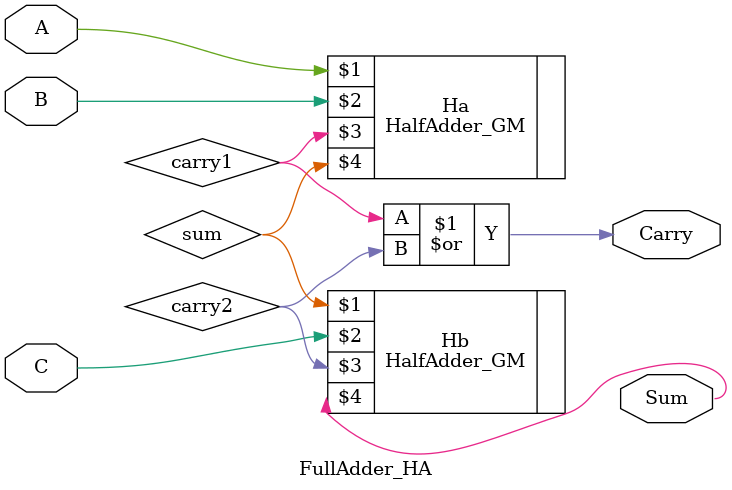
<source format=v>
module FullAdder_HA(A,B,C,Carry,Sum);
input A,B,C;
output Carry,Sum;

//Declare Variables for carrying intermediate outputs;
wire sum,carry1,carry2;

HalfAdder_GM Ha(A,B,carry1,sum);
HalfAdder_GM Hb(sum,C,carry2,Sum);

or(Carry,carry1,carry2);

endmodule

</source>
